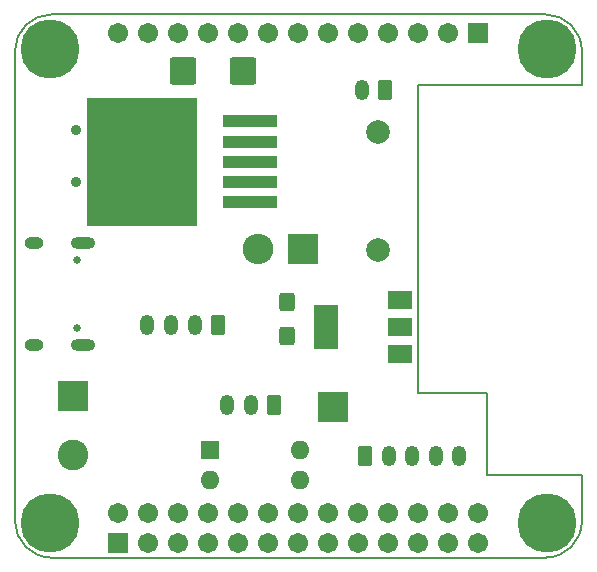
<source format=gbr>
G04 #@! TF.GenerationSoftware,KiCad,Pcbnew,8.99.0-unknown*
G04 #@! TF.CreationDate,2024-03-12T12:42:11+03:00*
G04 #@! TF.ProjectId,opi-hat,6f70692d-6861-4742-9e6b-696361645f70,rev?*
G04 #@! TF.SameCoordinates,Original*
G04 #@! TF.FileFunction,Soldermask,Top*
G04 #@! TF.FilePolarity,Negative*
%FSLAX46Y46*%
G04 Gerber Fmt 4.6, Leading zero omitted, Abs format (unit mm)*
G04 Created by KiCad (PCBNEW 8.99.0-unknown) date 2024-03-12 12:42:11*
%MOMM*%
%LPD*%
G01*
G04 APERTURE LIST*
G04 Aperture macros list*
%AMRoundRect*
0 Rectangle with rounded corners*
0 $1 Rounding radius*
0 $2 $3 $4 $5 $6 $7 $8 $9 X,Y pos of 4 corners*
0 Add a 4 corners polygon primitive as box body*
4,1,4,$2,$3,$4,$5,$6,$7,$8,$9,$2,$3,0*
0 Add four circle primitives for the rounded corners*
1,1,$1+$1,$2,$3*
1,1,$1+$1,$4,$5*
1,1,$1+$1,$6,$7*
1,1,$1+$1,$8,$9*
0 Add four rect primitives between the rounded corners*
20,1,$1+$1,$2,$3,$4,$5,0*
20,1,$1+$1,$4,$5,$6,$7,0*
20,1,$1+$1,$6,$7,$8,$9,0*
20,1,$1+$1,$8,$9,$2,$3,0*%
G04 Aperture macros list end*
%ADD10R,4.600000X1.100000*%
%ADD11R,9.400000X10.800000*%
%ADD12C,5.000000*%
%ADD13RoundRect,0.101600X-0.754000X-0.754000X0.754000X-0.754000X0.754000X0.754000X-0.754000X0.754000X0*%
%ADD14C,1.711200*%
%ADD15RoundRect,0.250000X0.350000X0.625000X-0.350000X0.625000X-0.350000X-0.625000X0.350000X-0.625000X0*%
%ADD16O,1.200000X1.750000*%
%ADD17R,2.600000X2.600000*%
%ADD18O,2.600000X2.600000*%
%ADD19RoundRect,0.250000X-0.350000X-0.625000X0.350000X-0.625000X0.350000X0.625000X-0.350000X0.625000X0*%
%ADD20C,2.600000*%
%ADD21C,2.000000*%
%ADD22RoundRect,0.250000X-0.425000X0.537500X-0.425000X-0.537500X0.425000X-0.537500X0.425000X0.537500X0*%
%ADD23R,2.000000X1.500000*%
%ADD24R,2.000000X3.800000*%
%ADD25R,1.600000X1.600000*%
%ADD26O,1.600000X1.600000*%
%ADD27R,2.500000X2.500000*%
%ADD28RoundRect,0.250000X0.875000X0.925000X-0.875000X0.925000X-0.875000X-0.925000X0.875000X-0.925000X0*%
%ADD29C,0.900000*%
%ADD30C,0.650000*%
%ADD31O,1.600000X1.000000*%
%ADD32O,2.100000X1.000000*%
G04 #@! TA.AperFunction,Profile*
%ADD33C,0.127000*%
G04 #@! TD*
G04 APERTURE END LIST*
D10*
X101600000Y-67359000D03*
X101600000Y-65659000D03*
X101600000Y-63959000D03*
D11*
X92450000Y-63959000D03*
D10*
X101600000Y-62259000D03*
X101600000Y-60559000D03*
D12*
X84625794Y-54431488D03*
X84625794Y-94542406D03*
X126736709Y-54431488D03*
X126736709Y-94542406D03*
D13*
X90441253Y-96236509D03*
D14*
X90441253Y-93696509D03*
X92981253Y-96236509D03*
X92981253Y-93696509D03*
X95521253Y-96236509D03*
X95521253Y-93696509D03*
X98061253Y-96236509D03*
X98061253Y-93696509D03*
X100601253Y-96236509D03*
X100601253Y-93696509D03*
X103141253Y-96236509D03*
X103141253Y-93696509D03*
X105681253Y-96236509D03*
X105681253Y-93696509D03*
X108221253Y-96236509D03*
X108221253Y-93696509D03*
X110761253Y-96236509D03*
X110761253Y-93696509D03*
X113301253Y-96236509D03*
X113301253Y-93696509D03*
X115841253Y-96236509D03*
X115841253Y-93696509D03*
X118381253Y-96236509D03*
X118381253Y-93696509D03*
X120921253Y-96236509D03*
X120921253Y-93696509D03*
D13*
X120921253Y-53056509D03*
D14*
X118381253Y-53056509D03*
X115841253Y-53056509D03*
X113301253Y-53056509D03*
X110761253Y-53056509D03*
X108221253Y-53056509D03*
X105681253Y-53056509D03*
X103141253Y-53056509D03*
X100601253Y-53056509D03*
X98061253Y-53056509D03*
X95521253Y-53056509D03*
X92981253Y-53056509D03*
X90441253Y-53056509D03*
D15*
X113030000Y-57912000D03*
D16*
X111030000Y-57912000D03*
D17*
X106045000Y-71374000D03*
D18*
X102235000Y-71374000D03*
D19*
X111316000Y-88858000D03*
D16*
X113316000Y-88858000D03*
X115316000Y-88858000D03*
X117316000Y-88858000D03*
X119316000Y-88858000D03*
D17*
X86563000Y-83820000D03*
D20*
X86563000Y-88820000D03*
D21*
X112395000Y-61421000D03*
X112395000Y-71421000D03*
D22*
X104698800Y-75829300D03*
X104698800Y-78704300D03*
D23*
X114275000Y-80278000D03*
X114275000Y-77978000D03*
D24*
X107975000Y-77978000D03*
D23*
X114275000Y-75678000D03*
D25*
X98171000Y-88392000D03*
D26*
X98171000Y-90932000D03*
X105791000Y-90932000D03*
X105791000Y-88392000D03*
D27*
X108585000Y-84709000D03*
D15*
X103632000Y-84582000D03*
D16*
X101632000Y-84582000D03*
X99632000Y-84582000D03*
D15*
X98885000Y-77766000D03*
D16*
X96885000Y-77766000D03*
X94885000Y-77766000D03*
X92885000Y-77766000D03*
D28*
X100975000Y-56261000D03*
X95875000Y-56261000D03*
D29*
X86877000Y-65700000D03*
X86877000Y-61300000D03*
D30*
X86928000Y-78074000D03*
X86928000Y-72294000D03*
D31*
X83278000Y-79504000D03*
D32*
X87458000Y-79504000D03*
D31*
X83278000Y-70864000D03*
D32*
X87458000Y-70864000D03*
D33*
X81681300Y-54586900D02*
X81681300Y-94386900D01*
X84781300Y-97486899D02*
X126581299Y-97486899D01*
X115841253Y-57501509D02*
X115841253Y-83536509D01*
X115841253Y-83536509D02*
X121683253Y-83536509D01*
X121683253Y-83536509D02*
X121683253Y-90521509D01*
X121683253Y-90521509D02*
X129684253Y-90521509D01*
X126581299Y-51486900D02*
X84781300Y-51486900D01*
X129681299Y-57501509D02*
X115841253Y-57501509D01*
X129681299Y-57501509D02*
X129681299Y-54586900D01*
X129684253Y-90521509D02*
X129684253Y-94382309D01*
X81681300Y-54586900D02*
G75*
G02*
X84781300Y-51486900I3100000J0D01*
G01*
X84781300Y-97486900D02*
G75*
G02*
X81681300Y-94386900I0J3100000D01*
G01*
X126581299Y-51486900D02*
G75*
G02*
X129681302Y-54586900I4J-3099999D01*
G01*
X129681298Y-94386900D02*
G75*
G02*
X126581299Y-97486894I-3099995J1D01*
G01*
M02*

</source>
